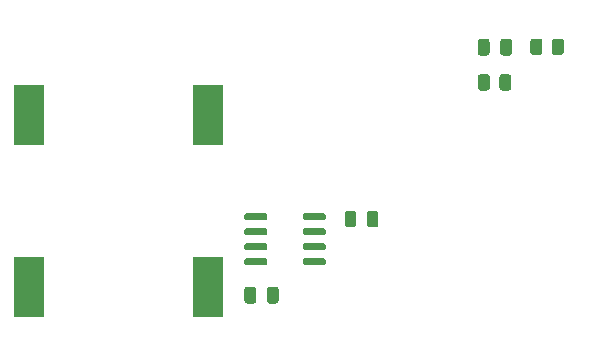
<source format=gbr>
%TF.GenerationSoftware,KiCad,Pcbnew,(5.1.10)-1*%
%TF.CreationDate,2021-09-28T21:44:29-07:00*%
%TF.ProjectId,TomasMendoza,546f6d61-734d-4656-9e64-6f7a612e6b69,rev?*%
%TF.SameCoordinates,Original*%
%TF.FileFunction,Paste,Top*%
%TF.FilePolarity,Positive*%
%FSLAX46Y46*%
G04 Gerber Fmt 4.6, Leading zero omitted, Abs format (unit mm)*
G04 Created by KiCad (PCBNEW (5.1.10)-1) date 2021-09-28 21:44:29*
%MOMM*%
%LPD*%
G01*
G04 APERTURE LIST*
%ADD10R,2.500000X5.100000*%
G04 APERTURE END LIST*
%TO.C,U1*%
G36*
G01*
X167215001Y-104420001D02*
X167215001Y-104120001D01*
G75*
G02*
X167365001Y-103970001I150000J0D01*
G01*
X169015001Y-103970001D01*
G75*
G02*
X169165001Y-104120001I0J-150000D01*
G01*
X169165001Y-104420001D01*
G75*
G02*
X169015001Y-104570001I-150000J0D01*
G01*
X167365001Y-104570001D01*
G75*
G02*
X167215001Y-104420001I0J150000D01*
G01*
G37*
G36*
G01*
X167215001Y-105690001D02*
X167215001Y-105390001D01*
G75*
G02*
X167365001Y-105240001I150000J0D01*
G01*
X169015001Y-105240001D01*
G75*
G02*
X169165001Y-105390001I0J-150000D01*
G01*
X169165001Y-105690001D01*
G75*
G02*
X169015001Y-105840001I-150000J0D01*
G01*
X167365001Y-105840001D01*
G75*
G02*
X167215001Y-105690001I0J150000D01*
G01*
G37*
G36*
G01*
X167215001Y-106960001D02*
X167215001Y-106660001D01*
G75*
G02*
X167365001Y-106510001I150000J0D01*
G01*
X169015001Y-106510001D01*
G75*
G02*
X169165001Y-106660001I0J-150000D01*
G01*
X169165001Y-106960001D01*
G75*
G02*
X169015001Y-107110001I-150000J0D01*
G01*
X167365001Y-107110001D01*
G75*
G02*
X167215001Y-106960001I0J150000D01*
G01*
G37*
G36*
G01*
X167215001Y-108230001D02*
X167215001Y-107930001D01*
G75*
G02*
X167365001Y-107780001I150000J0D01*
G01*
X169015001Y-107780001D01*
G75*
G02*
X169165001Y-107930001I0J-150000D01*
G01*
X169165001Y-108230001D01*
G75*
G02*
X169015001Y-108380001I-150000J0D01*
G01*
X167365001Y-108380001D01*
G75*
G02*
X167215001Y-108230001I0J150000D01*
G01*
G37*
G36*
G01*
X162265001Y-108230001D02*
X162265001Y-107930001D01*
G75*
G02*
X162415001Y-107780001I150000J0D01*
G01*
X164065001Y-107780001D01*
G75*
G02*
X164215001Y-107930001I0J-150000D01*
G01*
X164215001Y-108230001D01*
G75*
G02*
X164065001Y-108380001I-150000J0D01*
G01*
X162415001Y-108380001D01*
G75*
G02*
X162265001Y-108230001I0J150000D01*
G01*
G37*
G36*
G01*
X162265001Y-106960001D02*
X162265001Y-106660001D01*
G75*
G02*
X162415001Y-106510001I150000J0D01*
G01*
X164065001Y-106510001D01*
G75*
G02*
X164215001Y-106660001I0J-150000D01*
G01*
X164215001Y-106960001D01*
G75*
G02*
X164065001Y-107110001I-150000J0D01*
G01*
X162415001Y-107110001D01*
G75*
G02*
X162265001Y-106960001I0J150000D01*
G01*
G37*
G36*
G01*
X162265001Y-105690001D02*
X162265001Y-105390001D01*
G75*
G02*
X162415001Y-105240001I150000J0D01*
G01*
X164065001Y-105240001D01*
G75*
G02*
X164215001Y-105390001I0J-150000D01*
G01*
X164215001Y-105690001D01*
G75*
G02*
X164065001Y-105840001I-150000J0D01*
G01*
X162415001Y-105840001D01*
G75*
G02*
X162265001Y-105690001I0J150000D01*
G01*
G37*
G36*
G01*
X162265001Y-104420001D02*
X162265001Y-104120001D01*
G75*
G02*
X162415001Y-103970001I150000J0D01*
G01*
X164065001Y-103970001D01*
G75*
G02*
X164215001Y-104120001I0J-150000D01*
G01*
X164215001Y-104420001D01*
G75*
G02*
X164065001Y-104570001I-150000J0D01*
G01*
X162415001Y-104570001D01*
G75*
G02*
X162265001Y-104420001I0J150000D01*
G01*
G37*
%TD*%
D10*
%TO.C,BT1*%
X159215001Y-95675001D03*
X144015001Y-95675001D03*
%TD*%
%TO.C,BT2*%
X144015001Y-110225001D03*
X159215001Y-110225001D03*
%TD*%
%TO.C,C1*%
G36*
G01*
X182015001Y-90380001D02*
X182015001Y-89430001D01*
G75*
G02*
X182265001Y-89180001I250000J0D01*
G01*
X182765001Y-89180001D01*
G75*
G02*
X183015001Y-89430001I0J-250000D01*
G01*
X183015001Y-90380001D01*
G75*
G02*
X182765001Y-90630001I-250000J0D01*
G01*
X182265001Y-90630001D01*
G75*
G02*
X182015001Y-90380001I0J250000D01*
G01*
G37*
G36*
G01*
X183915001Y-90380001D02*
X183915001Y-89430001D01*
G75*
G02*
X184165001Y-89180001I250000J0D01*
G01*
X184665001Y-89180001D01*
G75*
G02*
X184915001Y-89430001I0J-250000D01*
G01*
X184915001Y-90380001D01*
G75*
G02*
X184665001Y-90630001I-250000J0D01*
G01*
X184165001Y-90630001D01*
G75*
G02*
X183915001Y-90380001I0J250000D01*
G01*
G37*
%TD*%
%TO.C,C2*%
G36*
G01*
X164165001Y-111380001D02*
X164165001Y-110430001D01*
G75*
G02*
X164415001Y-110180001I250000J0D01*
G01*
X164915001Y-110180001D01*
G75*
G02*
X165165001Y-110430001I0J-250000D01*
G01*
X165165001Y-111380001D01*
G75*
G02*
X164915001Y-111630001I-250000J0D01*
G01*
X164415001Y-111630001D01*
G75*
G02*
X164165001Y-111380001I0J250000D01*
G01*
G37*
G36*
G01*
X162265001Y-111380001D02*
X162265001Y-110430001D01*
G75*
G02*
X162515001Y-110180001I250000J0D01*
G01*
X163015001Y-110180001D01*
G75*
G02*
X163265001Y-110430001I0J-250000D01*
G01*
X163265001Y-111380001D01*
G75*
G02*
X163015001Y-111630001I-250000J0D01*
G01*
X162515001Y-111630001D01*
G75*
G02*
X162265001Y-111380001I0J250000D01*
G01*
G37*
%TD*%
%TO.C,D1*%
G36*
G01*
X172635001Y-104926251D02*
X172635001Y-104013751D01*
G75*
G02*
X172878751Y-103770001I243750J0D01*
G01*
X173366251Y-103770001D01*
G75*
G02*
X173610001Y-104013751I0J-243750D01*
G01*
X173610001Y-104926251D01*
G75*
G02*
X173366251Y-105170001I-243750J0D01*
G01*
X172878751Y-105170001D01*
G75*
G02*
X172635001Y-104926251I0J243750D01*
G01*
G37*
G36*
G01*
X170760001Y-104926251D02*
X170760001Y-104013751D01*
G75*
G02*
X171003751Y-103770001I243750J0D01*
G01*
X171491251Y-103770001D01*
G75*
G02*
X171735001Y-104013751I0J-243750D01*
G01*
X171735001Y-104926251D01*
G75*
G02*
X171491251Y-105170001I-243750J0D01*
G01*
X171003751Y-105170001D01*
G75*
G02*
X170760001Y-104926251I0J243750D01*
G01*
G37*
%TD*%
%TO.C,R1*%
G36*
G01*
X183845001Y-93335002D02*
X183845001Y-92435000D01*
G75*
G02*
X184095000Y-92185001I249999J0D01*
G01*
X184620002Y-92185001D01*
G75*
G02*
X184870001Y-92435000I0J-249999D01*
G01*
X184870001Y-93335002D01*
G75*
G02*
X184620002Y-93585001I-249999J0D01*
G01*
X184095000Y-93585001D01*
G75*
G02*
X183845001Y-93335002I0J249999D01*
G01*
G37*
G36*
G01*
X182020001Y-93335002D02*
X182020001Y-92435000D01*
G75*
G02*
X182270000Y-92185001I249999J0D01*
G01*
X182795002Y-92185001D01*
G75*
G02*
X183045001Y-92435000I0J-249999D01*
G01*
X183045001Y-93335002D01*
G75*
G02*
X182795002Y-93585001I-249999J0D01*
G01*
X182270000Y-93585001D01*
G75*
G02*
X182020001Y-93335002I0J249999D01*
G01*
G37*
%TD*%
%TO.C,R2*%
G36*
G01*
X186470001Y-90325002D02*
X186470001Y-89425000D01*
G75*
G02*
X186720000Y-89175001I249999J0D01*
G01*
X187245002Y-89175001D01*
G75*
G02*
X187495001Y-89425000I0J-249999D01*
G01*
X187495001Y-90325002D01*
G75*
G02*
X187245002Y-90575001I-249999J0D01*
G01*
X186720000Y-90575001D01*
G75*
G02*
X186470001Y-90325002I0J249999D01*
G01*
G37*
G36*
G01*
X188295001Y-90325002D02*
X188295001Y-89425000D01*
G75*
G02*
X188545000Y-89175001I249999J0D01*
G01*
X189070002Y-89175001D01*
G75*
G02*
X189320001Y-89425000I0J-249999D01*
G01*
X189320001Y-90325002D01*
G75*
G02*
X189070002Y-90575001I-249999J0D01*
G01*
X188545000Y-90575001D01*
G75*
G02*
X188295001Y-90325002I0J249999D01*
G01*
G37*
%TD*%
M02*

</source>
